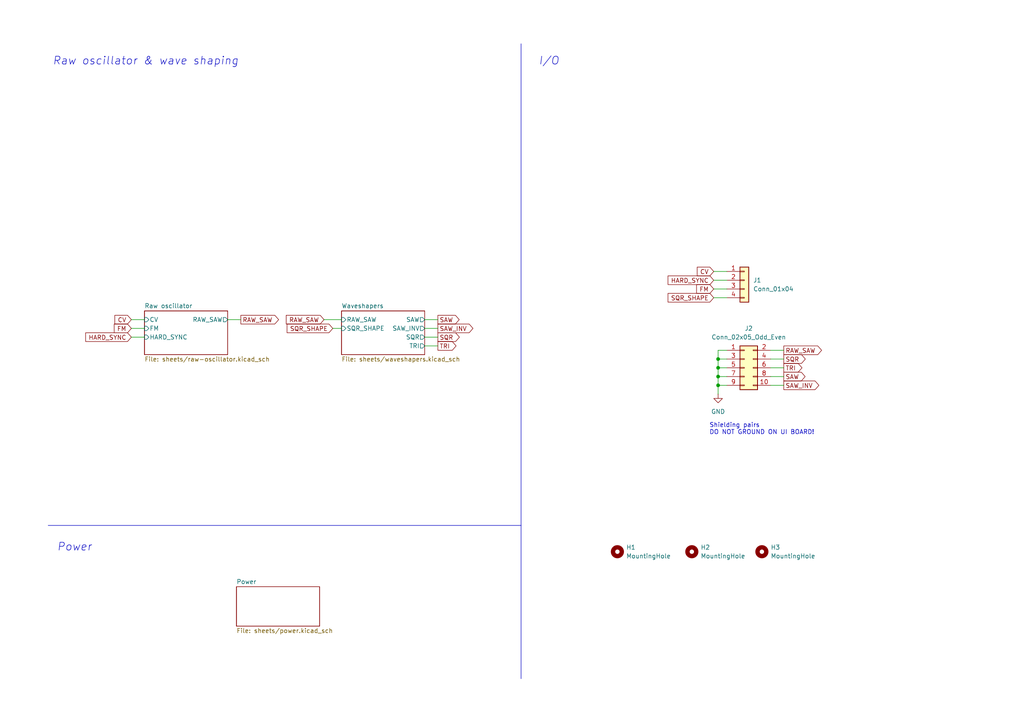
<source format=kicad_sch>
(kicad_sch (version 20250114) (generator "eeschema") (generator_version "9.0")
  (paper "A4")
  (lib_symbols
    (symbol "Connector_Generic:Conn_01x04" (pin_names (offset 1.016) (hide yes))
      (property "Reference" "J" (at 0 5.08 0))
      (property "Value" "Conn_01x04" (at 0 -7.62 0))
      (symbol "Conn_01x04_1_1"
        (rectangle (start -1.27 3.81) (end 1.27 -6.35) (stroke (width 0.254)) (fill (type background)))
        (rectangle (start -1.27 2.667) (end 0 2.413) (stroke (width 0.1524)))
        (rectangle (start -1.27 0.127) (end 0 -0.127) (stroke (width 0.1524)))
        (rectangle (start -1.27 -2.413) (end 0 -2.667) (stroke (width 0.1524)))
        (rectangle (start -1.27 -4.953) (end 0 -5.207) (stroke (width 0.1524)))
        (pin passive line (at -5.08 2.54 0) (length 3.81) (name "Pin_1") (number "1"))
        (pin passive line (at -5.08 0 0) (length 3.81) (name "Pin_2") (number "2"))
        (pin passive line (at -5.08 -2.54 0) (length 3.81) (name "Pin_3") (number "3"))
        (pin passive line (at -5.08 -5.08 0) (length 3.81) (name "Pin_4") (number "4"))
      )
    )
    (symbol "Connector_Generic:Conn_02x05_Odd_Even" (pin_names (offset 1.016) (hide yes))
      (property "Reference" "J" (at 1.27 7.62 0))
      (property "Value" "Conn_02x05_Odd_Even" (at 1.27 -7.62 0))
      (symbol "Conn_02x05_Odd_Even_1_1"
        (rectangle (start -1.27 6.35) (end 3.81 -6.35) (stroke (width 0.254)) (fill (type background)))
        (rectangle (start -1.27 5.207) (end 0 4.953) (stroke (width 0.1524)))
        (rectangle (start -1.27 2.667) (end 0 2.413) (stroke (width 0.1524)))
        (rectangle (start -1.27 0.127) (end 0 -0.127) (stroke (width 0.1524)))
        (rectangle (start -1.27 -2.413) (end 0 -2.667) (stroke (width 0.1524)))
        (rectangle (start -1.27 -4.953) (end 0 -5.207) (stroke (width 0.1524)))
        (rectangle (start 3.81 5.207) (end 2.54 4.953) (stroke (width 0.1524)))
        (rectangle (start 3.81 2.667) (end 2.54 2.413) (stroke (width 0.1524)))
        (rectangle (start 3.81 0.127) (end 2.54 -0.127) (stroke (width 0.1524)))
        (rectangle (start 3.81 -2.413) (end 2.54 -2.667) (stroke (width 0.1524)))
        (rectangle (start 3.81 -4.953) (end 2.54 -5.207) (stroke (width 0.1524)))
        (pin passive line (at -5.08 5.08 0) (length 3.81) (name "Pin_1") (number "1"))
        (pin passive line (at -5.08 2.54 0) (length 3.81) (name "Pin_3") (number "3"))
        (pin passive line (at -5.08 0 0) (length 3.81) (name "Pin_5") (number "5"))
        (pin passive line (at -5.08 -2.54 0) (length 3.81) (name "Pin_7") (number "7"))
        (pin passive line (at -5.08 -5.08 0) (length 3.81) (name "Pin_9") (number "9"))
        (pin passive line (at 7.62 5.08 180) (length 3.81) (name "Pin_2") (number "2"))
        (pin passive line (at 7.62 2.54 180) (length 3.81) (name "Pin_4") (number "4"))
        (pin passive line (at 7.62 0 180) (length 3.81) (name "Pin_6") (number "6"))
        (pin passive line (at 7.62 -2.54 180) (length 3.81) (name "Pin_8") (number "8"))
        (pin passive line (at 7.62 -5.08 180) (length 3.81) (name "Pin_10") (number "10"))
      )
    )
    (symbol "Mechanical:MountingHole" (pin_names (offset 1.016)) (in_bom no)
      (property "Reference" "H" (at 0 5.08 0))
      (property "Value" "MountingHole" (at 0 3.175 0))
      (symbol "MountingHole_0_1"
        (circle (center 0 0) (radius 1.27) (stroke (width 1.27)))
      )
    )
    (symbol "power:GND" (power) (pin_numbers (hide yes)) (pin_names (offset 0) (hide yes))
      (property "Value" "GND" (at 0 -3.81 0))
      (symbol "GND_0_1"
        (polyline (pts (xy 0 0) (xy 0 -1.27) (xy 1.27 -1.27) (xy 0 -2.54) (xy -1.27 -1.27) (xy 0 -1.27)))
      )
      (symbol "GND_1_1"
        (pin power_in line (at 0 0 270) (length 0) (name "~") (number "1"))
      )
    )
  )
  (text "Power" (at 16.51 158.75 0) (effects (font (size 2.27 2.27) (italic yes)) (justify left)))
  (text "Shielding pairs\nDO NOT GROUND ON UI BOARD!" (at 205.74 124.46 0) (effects (font (size 1.27 1.27)) (justify left)))
  (text "Raw oscillator & wave shaping" (at 15.24 17.78 0) (effects (font (size 2.27 2.27) (italic yes)) (justify left)))
  (text "I/O" (at 156.21 17.78 0) (effects (font (size 2.27 2.27) (italic yes)) (justify left)))
  (junction (at 208.28 109.22))
  (junction (at 208.28 106.68))
  (junction (at 208.28 104.14))
  (junction (at 208.28 111.76))
  (wire (pts (xy 96.52 95.25) (xy 99.06 95.25)))
  (wire (pts (xy 208.28 109.22) (xy 208.28 111.76)))
  (wire (pts (xy 207.01 78.74) (xy 210.82 78.74)))
  (wire (pts (xy 227.33 111.76) (xy 223.52 111.76)))
  (wire (pts (xy 210.82 111.76) (xy 208.28 111.76)))
  (wire (pts (xy 210.82 104.14) (xy 208.28 104.14)))
  (wire (pts (xy 207.01 86.36) (xy 210.82 86.36)))
  (wire (pts (xy 127 97.79) (xy 123.19 97.79)))
  (wire (pts (xy 208.28 101.6) (xy 208.28 104.14)))
  (wire (pts (xy 208.28 106.68) (xy 208.28 109.22)))
  (wire (pts (xy 227.33 106.68) (xy 223.52 106.68)))
  (wire (pts (xy 227.33 101.6) (xy 223.52 101.6)))
  (wire (pts (xy 227.33 109.22) (xy 223.52 109.22)))
  (wire (pts (xy 69.85 92.71) (xy 66.04 92.71)))
  (wire (pts (xy 127 100.33) (xy 123.19 100.33)))
  (wire (pts (xy 210.82 101.6) (xy 208.28 101.6)))
  (wire (pts (xy 207.01 83.82) (xy 210.82 83.82)))
  (wire (pts (xy 210.82 109.22) (xy 208.28 109.22)))
  (wire (pts (xy 208.28 104.14) (xy 208.28 106.68)))
  (wire (pts (xy 208.28 111.76) (xy 208.28 114.3)))
  (wire (pts (xy 127 95.25) (xy 123.19 95.25)))
  (wire (pts (xy 210.82 106.68) (xy 208.28 106.68)))
  (wire (pts (xy 38.1 92.71) (xy 41.91 92.71)))
  (wire (pts (xy 38.1 97.79) (xy 41.91 97.79)))
  (wire (pts (xy 127 92.71) (xy 123.19 92.71)))
  (polyline (pts (xy 151.13 12.7) (xy 151.13 196.85)))
  (wire (pts (xy 38.1 95.25) (xy 41.91 95.25)))
  (wire (pts (xy 207.01 81.28) (xy 210.82 81.28)))
  (wire (pts (xy 227.33 104.14) (xy 223.52 104.14)))
  (wire (pts (xy 93.98 92.71) (xy 99.06 92.71)))
  (polyline (pts (xy 13.97 152.4) (xy 151.13 152.4)))
  (global_label "FM" (shape input) (at 207.01 83.82 180) (property "Intersheetrefs" "${INTERSHEET_REFS}" (effects (hide yes))))
  (global_label "SAW_INV" (shape output) (at 127 95.25 0) (property "Intersheetrefs" "${INTERSHEET_REFS}" (effects (hide yes))))
  (global_label "SQR" (shape output) (at 227.33 104.14 0) (property "Intersheetrefs" "${INTERSHEET_REFS}" (effects (hide yes))))
  (global_label "SAW_INV" (shape output) (at 227.33 111.76 0) (property "Intersheetrefs" "${INTERSHEET_REFS}" (effects (hide yes))))
  (global_label "TRI" (shape output) (at 127 100.33 0) (property "Intersheetrefs" "${INTERSHEET_REFS}" (effects (hide yes))))
  (global_label "SAW" (shape output) (at 127 92.71 0) (property "Intersheetrefs" "${INTERSHEET_REFS}" (effects (hide yes))))
  (global_label "RAW_SAW" (shape input) (at 93.98 92.71 180) (property "Intersheetrefs" "${INTERSHEET_REFS}" (effects (hide yes))))
  (global_label "SQR_SHAPE" (shape input) (at 207.01 86.36 180) (property "Intersheetrefs" "${INTERSHEET_REFS}" (effects (hide yes))))
  (global_label "SQR_SHAPE" (shape input) (at 96.52 95.25 180) (property "Intersheetrefs" "${INTERSHEET_REFS}" (effects (hide yes))))
  (global_label "RAW_SAW" (shape output) (at 69.85 92.71 0) (property "Intersheetrefs" "${INTERSHEET_REFS}" (effects (hide yes))))
  (global_label "FM" (shape input) (at 38.1 95.25 180) (property "Intersheetrefs" "${INTERSHEET_REFS}" (effects (hide yes))))
  (global_label "CV" (shape input) (at 38.1 92.71 180) (property "Intersheetrefs" "${INTERSHEET_REFS}" (effects (hide yes))))
  (global_label "SQR" (shape output) (at 127 97.79 0) (property "Intersheetrefs" "${INTERSHEET_REFS}" (effects (hide yes))))
  (global_label "HARD_SYNC" (shape input) (at 38.1 97.79 180) (property "Intersheetrefs" "${INTERSHEET_REFS}" (effects (hide yes))))
  (global_label "HARD_SYNC" (shape input) (at 207.01 81.28 180) (property "Intersheetrefs" "${INTERSHEET_REFS}" (effects (hide yes))))
  (global_label "SAW" (shape output) (at 227.33 109.22 0) (property "Intersheetrefs" "${INTERSHEET_REFS}" (effects (hide yes))))
  (global_label "CV" (shape input) (at 207.01 78.74 180) (property "Intersheetrefs" "${INTERSHEET_REFS}" (effects (hide yes))))
  (global_label "RAW_SAW" (shape output) (at 227.33 101.6 0) (property "Intersheetrefs" "${INTERSHEET_REFS}" (effects (hide yes))))
  (global_label "TRI" (shape output) (at 227.33 106.68 0) (property "Intersheetrefs" "${INTERSHEET_REFS}" (effects (hide yes))))
  (symbol (lib_id "power:GND") (at 208.28 114.3 0) (mirror y) (unit 1)
    (property "Reference" "#PWR01" (effects (hide yes)))
    (property "Value" "GND" (at 208.28 119.38 0))
    (property "Description" "Power symbol creates a global label with name \"GND\" , ground" (effects (hide yes)))
  )
  (symbol (lib_id "Mechanical:MountingHole") (at 200.66 160.02 0) (unit 1) (in_bom no)
    (property "Reference" "H2" (at 203.2 158.7499 0) (effects (justify left)))
    (property "Value" "MountingHole" (at 203.2 161.2899 0) (effects (justify left)))
    (property "Footprint" "MountingHole:MountingHole_3.2mm_M3_DIN965_Pad" (effects (hide yes)))
    (property "Description" "Mounting Hole without connection" (effects (hide yes)))
  )
  (symbol (lib_id "Connector_Generic:Conn_01x04") (at 215.9 81.28 0) (unit 1) (in_bom no)
    (property "Reference" "J1" (at 218.44 81.2799 0) (effects (justify left)))
    (property "Value" "Conn_01x04" (at 218.44 83.8199 0) (effects (justify left)))
    (property "Footprint" "Connector_PinSocket_2.54mm:PinSocket_1x04_P2.54mm_Vertical" (effects (hide yes)))
    (property "Description" "Generic connector, single row, 01x04, script generated (kicad-library-utils/schlib/autogen/connector/)" (effects (hide yes)))
  )
  (symbol (lib_id "Mechanical:MountingHole") (at 179.07 160.02 0) (unit 1) (in_bom no)
    (property "Reference" "H1" (at 181.61 158.7499 0) (effects (justify left)))
    (property "Value" "MountingHole" (at 181.61 161.2899 0) (effects (justify left)))
    (property "Footprint" "MountingHole:MountingHole_3.2mm_M3_DIN965_Pad" (effects (hide yes)))
    (property "Description" "Mounting Hole without connection" (effects (hide yes)))
  )
  (symbol (lib_id "Connector_Generic:Conn_02x05_Odd_Even") (at 215.9 106.68 0) (unit 1) (in_bom no)
    (property "Reference" "J2" (at 217.17 95.25 0))
    (property "Value" "Conn_02x05_Odd_Even" (at 217.17 97.79 0))
    (property "Footprint" "Connector_PinSocket_2.54mm:PinSocket_2x05_P2.54mm_Vertical" (effects (hide yes)))
    (property "Description" "Generic connector, double row, 02x05, odd/even pin numbering scheme (row 1 odd numbers, row 2 even numbers), script generated (kicad-library-utils/schlib/autogen/connector/)" (effects (hide yes)))
  )
  (symbol (lib_id "Mechanical:MountingHole") (at 220.98 160.02 0) (unit 1) (in_bom no)
    (property "Reference" "H3" (at 223.52 158.7499 0) (effects (justify left)))
    (property "Value" "MountingHole" (at 223.52 161.2899 0) (effects (justify left)))
    (property "Footprint" "MountingHole:MountingHole_3.2mm_M3_DIN965_Pad" (effects (hide yes)))
    (property "Description" "Mounting Hole without connection" (effects (hide yes)))
  )
  (sheet (at 68.58 170.18) (size 24.13 11.43) (stroke (width 0.1524))
    (property "Sheetname" "Power" (at 68.58 169.4684 0) (effects (justify left bottom)))
    (property "Sheetfile" "sheets/power.kicad_sch" (at 68.58 182.1946 0) (effects (justify left top)))
  )
  (sheet (at 99.06 90.17) (size 24.13 12.7) (stroke (width 0.1524))
    (property "Sheetname" "Waveshapers" (at 99.06 89.4584 0) (effects (justify left bottom)))
    (property "Sheetfile" "sheets/waveshapers.kicad_sch" (at 99.06 103.4546 0) (effects (justify left top)))
    (pin "RAW_SAW" input (at 99.06 92.71 180))
    (pin "SAW" output (at 123.19 92.71 0))
    (pin "SAW_INV" output (at 123.19 95.25 0))
    (pin "SQR" output (at 123.19 97.79 0))
    (pin "SQR_SHAPE" input (at 99.06 95.25 180))
    (pin "TRI" output (at 123.19 100.33 0))
  )
  (sheet (at 41.91 90.17) (size 24.13 12.7) (stroke (width 0.1524))
    (property "Sheetname" "Raw oscillator" (at 41.91 89.4584 0) (effects (justify left bottom)))
    (property "Sheetfile" "sheets/raw-oscillator.kicad_sch" (at 41.91 103.4546 0) (effects (justify left top)))
    (pin "FM" input (at 41.91 95.25 180))
    (pin "HARD_SYNC" input (at 41.91 97.79 180))
    (pin "RAW_SAW" output (at 66.04 92.71 0))
    (pin "CV" input (at 41.91 92.71 180))
  )
)
</source>
